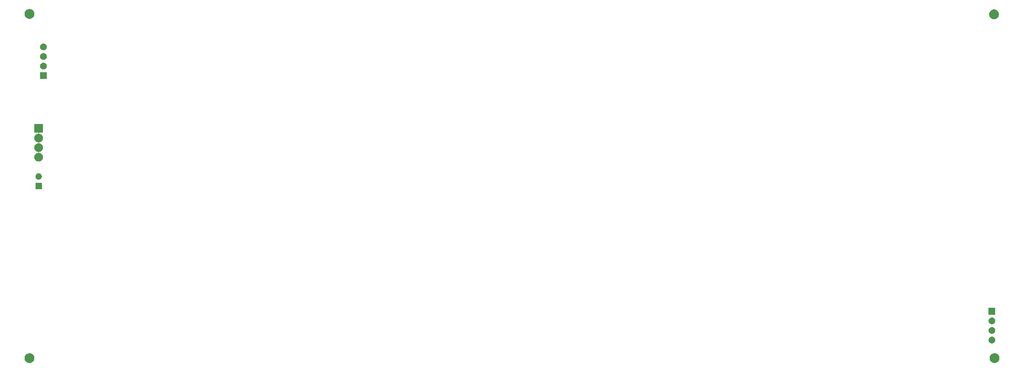
<source format=gbr>
G04 #@! TF.GenerationSoftware,KiCad,Pcbnew,(5.1.5-0-10_14)*
G04 #@! TF.CreationDate,2020-03-13T19:41:52-07:00*
G04 #@! TF.ProjectId,SpectrumAnayzerMini32Horz,53706563-7472-4756-9d41-6e61797a6572,rev?*
G04 #@! TF.SameCoordinates,Original*
G04 #@! TF.FileFunction,Soldermask,Bot*
G04 #@! TF.FilePolarity,Negative*
%FSLAX46Y46*%
G04 Gerber Fmt 4.6, Leading zero omitted, Abs format (unit mm)*
G04 Created by KiCad (PCBNEW (5.1.5-0-10_14)) date 2020-03-13 19:41:52*
%MOMM*%
%LPD*%
G04 APERTURE LIST*
%ADD10C,0.100000*%
G04 APERTURE END LIST*
D10*
G36*
X279017487Y-119906996D02*
G01*
X279254253Y-120005068D01*
X279254255Y-120005069D01*
X279467339Y-120147447D01*
X279648553Y-120328661D01*
X279790932Y-120541747D01*
X279889004Y-120778513D01*
X279939000Y-121029861D01*
X279939000Y-121286139D01*
X279889004Y-121537487D01*
X279790932Y-121774253D01*
X279790931Y-121774255D01*
X279648553Y-121987339D01*
X279467339Y-122168553D01*
X279254255Y-122310931D01*
X279254254Y-122310932D01*
X279254253Y-122310932D01*
X279017487Y-122409004D01*
X278766139Y-122459000D01*
X278509861Y-122459000D01*
X278258513Y-122409004D01*
X278021747Y-122310932D01*
X278021746Y-122310932D01*
X278021745Y-122310931D01*
X277808661Y-122168553D01*
X277627447Y-121987339D01*
X277485069Y-121774255D01*
X277485068Y-121774253D01*
X277386996Y-121537487D01*
X277337000Y-121286139D01*
X277337000Y-121029861D01*
X277386996Y-120778513D01*
X277485068Y-120541747D01*
X277627447Y-120328661D01*
X277808661Y-120147447D01*
X278021745Y-120005069D01*
X278021747Y-120005068D01*
X278258513Y-119906996D01*
X278509861Y-119857000D01*
X278766139Y-119857000D01*
X279017487Y-119906996D01*
G37*
G36*
X24001487Y-119906996D02*
G01*
X24238253Y-120005068D01*
X24238255Y-120005069D01*
X24451339Y-120147447D01*
X24632553Y-120328661D01*
X24774932Y-120541747D01*
X24873004Y-120778513D01*
X24923000Y-121029861D01*
X24923000Y-121286139D01*
X24873004Y-121537487D01*
X24774932Y-121774253D01*
X24774931Y-121774255D01*
X24632553Y-121987339D01*
X24451339Y-122168553D01*
X24238255Y-122310931D01*
X24238254Y-122310932D01*
X24238253Y-122310932D01*
X24001487Y-122409004D01*
X23750139Y-122459000D01*
X23493861Y-122459000D01*
X23242513Y-122409004D01*
X23005747Y-122310932D01*
X23005746Y-122310932D01*
X23005745Y-122310931D01*
X22792661Y-122168553D01*
X22611447Y-121987339D01*
X22469069Y-121774255D01*
X22469068Y-121774253D01*
X22370996Y-121537487D01*
X22321000Y-121286139D01*
X22321000Y-121029861D01*
X22370996Y-120778513D01*
X22469068Y-120541747D01*
X22611447Y-120328661D01*
X22792661Y-120147447D01*
X23005745Y-120005069D01*
X23005747Y-120005068D01*
X23242513Y-119906996D01*
X23493861Y-119857000D01*
X23750139Y-119857000D01*
X24001487Y-119906996D01*
G37*
G36*
X278053012Y-115499427D02*
G01*
X278202312Y-115529124D01*
X278366284Y-115597044D01*
X278513854Y-115695647D01*
X278639353Y-115821146D01*
X278737956Y-115968716D01*
X278805876Y-116132688D01*
X278840500Y-116306759D01*
X278840500Y-116484241D01*
X278805876Y-116658312D01*
X278737956Y-116822284D01*
X278639353Y-116969854D01*
X278513854Y-117095353D01*
X278366284Y-117193956D01*
X278202312Y-117261876D01*
X278053012Y-117291573D01*
X278028242Y-117296500D01*
X277850758Y-117296500D01*
X277825988Y-117291573D01*
X277676688Y-117261876D01*
X277512716Y-117193956D01*
X277365146Y-117095353D01*
X277239647Y-116969854D01*
X277141044Y-116822284D01*
X277073124Y-116658312D01*
X277038500Y-116484241D01*
X277038500Y-116306759D01*
X277073124Y-116132688D01*
X277141044Y-115968716D01*
X277239647Y-115821146D01*
X277365146Y-115695647D01*
X277512716Y-115597044D01*
X277676688Y-115529124D01*
X277825988Y-115499427D01*
X277850758Y-115494500D01*
X278028242Y-115494500D01*
X278053012Y-115499427D01*
G37*
G36*
X278053012Y-112959427D02*
G01*
X278202312Y-112989124D01*
X278366284Y-113057044D01*
X278513854Y-113155647D01*
X278639353Y-113281146D01*
X278737956Y-113428716D01*
X278805876Y-113592688D01*
X278840500Y-113766759D01*
X278840500Y-113944241D01*
X278805876Y-114118312D01*
X278737956Y-114282284D01*
X278639353Y-114429854D01*
X278513854Y-114555353D01*
X278366284Y-114653956D01*
X278202312Y-114721876D01*
X278053012Y-114751573D01*
X278028242Y-114756500D01*
X277850758Y-114756500D01*
X277825988Y-114751573D01*
X277676688Y-114721876D01*
X277512716Y-114653956D01*
X277365146Y-114555353D01*
X277239647Y-114429854D01*
X277141044Y-114282284D01*
X277073124Y-114118312D01*
X277038500Y-113944241D01*
X277038500Y-113766759D01*
X277073124Y-113592688D01*
X277141044Y-113428716D01*
X277239647Y-113281146D01*
X277365146Y-113155647D01*
X277512716Y-113057044D01*
X277676688Y-112989124D01*
X277825988Y-112959427D01*
X277850758Y-112954500D01*
X278028242Y-112954500D01*
X278053012Y-112959427D01*
G37*
G36*
X278053012Y-110419427D02*
G01*
X278202312Y-110449124D01*
X278366284Y-110517044D01*
X278513854Y-110615647D01*
X278639353Y-110741146D01*
X278737956Y-110888716D01*
X278805876Y-111052688D01*
X278840500Y-111226759D01*
X278840500Y-111404241D01*
X278805876Y-111578312D01*
X278737956Y-111742284D01*
X278639353Y-111889854D01*
X278513854Y-112015353D01*
X278366284Y-112113956D01*
X278202312Y-112181876D01*
X278053012Y-112211573D01*
X278028242Y-112216500D01*
X277850758Y-112216500D01*
X277825988Y-112211573D01*
X277676688Y-112181876D01*
X277512716Y-112113956D01*
X277365146Y-112015353D01*
X277239647Y-111889854D01*
X277141044Y-111742284D01*
X277073124Y-111578312D01*
X277038500Y-111404241D01*
X277038500Y-111226759D01*
X277073124Y-111052688D01*
X277141044Y-110888716D01*
X277239647Y-110741146D01*
X277365146Y-110615647D01*
X277512716Y-110517044D01*
X277676688Y-110449124D01*
X277825988Y-110419427D01*
X277850758Y-110414500D01*
X278028242Y-110414500D01*
X278053012Y-110419427D01*
G37*
G36*
X278840500Y-109676500D02*
G01*
X277038500Y-109676500D01*
X277038500Y-107874500D01*
X278840500Y-107874500D01*
X278840500Y-109676500D01*
G37*
G36*
X26886000Y-76416000D02*
G01*
X25184000Y-76416000D01*
X25184000Y-74714000D01*
X26886000Y-74714000D01*
X26886000Y-76416000D01*
G37*
G36*
X26283228Y-72246703D02*
G01*
X26438100Y-72310853D01*
X26577481Y-72403985D01*
X26696015Y-72522519D01*
X26789147Y-72661900D01*
X26853297Y-72816772D01*
X26886000Y-72981184D01*
X26886000Y-73148816D01*
X26853297Y-73313228D01*
X26789147Y-73468100D01*
X26696015Y-73607481D01*
X26577481Y-73726015D01*
X26438100Y-73819147D01*
X26283228Y-73883297D01*
X26118816Y-73916000D01*
X25951184Y-73916000D01*
X25786772Y-73883297D01*
X25631900Y-73819147D01*
X25492519Y-73726015D01*
X25373985Y-73607481D01*
X25280853Y-73468100D01*
X25216703Y-73313228D01*
X25184000Y-73148816D01*
X25184000Y-72981184D01*
X25216703Y-72816772D01*
X25280853Y-72661900D01*
X25373985Y-72522519D01*
X25492519Y-72403985D01*
X25631900Y-72310853D01*
X25786772Y-72246703D01*
X25951184Y-72214000D01*
X26118816Y-72214000D01*
X26283228Y-72246703D01*
G37*
G36*
X27186000Y-61476000D02*
G01*
X26220993Y-61476000D01*
X26196607Y-61478402D01*
X26173158Y-61485515D01*
X26151547Y-61497066D01*
X26132605Y-61512611D01*
X26117060Y-61531553D01*
X26105509Y-61553164D01*
X26098396Y-61576613D01*
X26095994Y-61600999D01*
X26098396Y-61625385D01*
X26105509Y-61648834D01*
X26117060Y-61670445D01*
X26132605Y-61689387D01*
X26151547Y-61704932D01*
X26173158Y-61716483D01*
X26196608Y-61723596D01*
X26370734Y-61758232D01*
X26580203Y-61844997D01*
X26768720Y-61970960D01*
X26929040Y-62131280D01*
X27055003Y-62319797D01*
X27141768Y-62529266D01*
X27186000Y-62751636D01*
X27186000Y-62978364D01*
X27141768Y-63200734D01*
X27055003Y-63410203D01*
X26929040Y-63598720D01*
X26768720Y-63759040D01*
X26580203Y-63885003D01*
X26370734Y-63971768D01*
X26243161Y-63997144D01*
X26166448Y-64012403D01*
X26142999Y-64019516D01*
X26121388Y-64031067D01*
X26102446Y-64046612D01*
X26086901Y-64065554D01*
X26075350Y-64087165D01*
X26068237Y-64110614D01*
X26065835Y-64135000D01*
X26068237Y-64159386D01*
X26075350Y-64182835D01*
X26086901Y-64204446D01*
X26102446Y-64223388D01*
X26121388Y-64238933D01*
X26142999Y-64250484D01*
X26166448Y-64257597D01*
X26243161Y-64272856D01*
X26370734Y-64298232D01*
X26580203Y-64384997D01*
X26768720Y-64510960D01*
X26929040Y-64671280D01*
X27055003Y-64859797D01*
X27141768Y-65069266D01*
X27186000Y-65291636D01*
X27186000Y-65518364D01*
X27141768Y-65740734D01*
X27055003Y-65950203D01*
X26929040Y-66138720D01*
X26768720Y-66299040D01*
X26580203Y-66425003D01*
X26370734Y-66511768D01*
X26243161Y-66537144D01*
X26166448Y-66552403D01*
X26142999Y-66559516D01*
X26121388Y-66571067D01*
X26102446Y-66586612D01*
X26086901Y-66605554D01*
X26075350Y-66627165D01*
X26068237Y-66650614D01*
X26065835Y-66675000D01*
X26068237Y-66699386D01*
X26075350Y-66722835D01*
X26086901Y-66744446D01*
X26102446Y-66763388D01*
X26121388Y-66778933D01*
X26142999Y-66790484D01*
X26166448Y-66797597D01*
X26243161Y-66812856D01*
X26370734Y-66838232D01*
X26580203Y-66924997D01*
X26768720Y-67050960D01*
X26929040Y-67211280D01*
X27055003Y-67399797D01*
X27141768Y-67609266D01*
X27186000Y-67831636D01*
X27186000Y-68058364D01*
X27141768Y-68280734D01*
X27055003Y-68490203D01*
X26929040Y-68678720D01*
X26768720Y-68839040D01*
X26580203Y-68965003D01*
X26370734Y-69051768D01*
X26259549Y-69073884D01*
X26148365Y-69096000D01*
X25921635Y-69096000D01*
X25810451Y-69073884D01*
X25699266Y-69051768D01*
X25489797Y-68965003D01*
X25301280Y-68839040D01*
X25140960Y-68678720D01*
X25014997Y-68490203D01*
X24928232Y-68280734D01*
X24884000Y-68058364D01*
X24884000Y-67831636D01*
X24928232Y-67609266D01*
X25014997Y-67399797D01*
X25140960Y-67211280D01*
X25301280Y-67050960D01*
X25489797Y-66924997D01*
X25699266Y-66838232D01*
X25826839Y-66812856D01*
X25903552Y-66797597D01*
X25927001Y-66790484D01*
X25948612Y-66778933D01*
X25967554Y-66763388D01*
X25983099Y-66744446D01*
X25994650Y-66722835D01*
X26001763Y-66699386D01*
X26004165Y-66675000D01*
X26001763Y-66650614D01*
X25994650Y-66627165D01*
X25983099Y-66605554D01*
X25967554Y-66586612D01*
X25948612Y-66571067D01*
X25927001Y-66559516D01*
X25903552Y-66552403D01*
X25826839Y-66537144D01*
X25699266Y-66511768D01*
X25489797Y-66425003D01*
X25301280Y-66299040D01*
X25140960Y-66138720D01*
X25014997Y-65950203D01*
X24928232Y-65740734D01*
X24884000Y-65518364D01*
X24884000Y-65291636D01*
X24928232Y-65069266D01*
X25014997Y-64859797D01*
X25140960Y-64671280D01*
X25301280Y-64510960D01*
X25489797Y-64384997D01*
X25699266Y-64298232D01*
X25826839Y-64272856D01*
X25903552Y-64257597D01*
X25927001Y-64250484D01*
X25948612Y-64238933D01*
X25967554Y-64223388D01*
X25983099Y-64204446D01*
X25994650Y-64182835D01*
X26001763Y-64159386D01*
X26004165Y-64135000D01*
X26001763Y-64110614D01*
X25994650Y-64087165D01*
X25983099Y-64065554D01*
X25967554Y-64046612D01*
X25948612Y-64031067D01*
X25927001Y-64019516D01*
X25903552Y-64012403D01*
X25826839Y-63997144D01*
X25699266Y-63971768D01*
X25489797Y-63885003D01*
X25301280Y-63759040D01*
X25140960Y-63598720D01*
X25014997Y-63410203D01*
X24928232Y-63200734D01*
X24884000Y-62978364D01*
X24884000Y-62751636D01*
X24928232Y-62529266D01*
X25014997Y-62319797D01*
X25140960Y-62131280D01*
X25301280Y-61970960D01*
X25489797Y-61844997D01*
X25699266Y-61758232D01*
X25873392Y-61723596D01*
X25896842Y-61716483D01*
X25918453Y-61704932D01*
X25937395Y-61689387D01*
X25952940Y-61670445D01*
X25964491Y-61648834D01*
X25971604Y-61625385D01*
X25974006Y-61600999D01*
X25971604Y-61576613D01*
X25964491Y-61553164D01*
X25952940Y-61531553D01*
X25937395Y-61512611D01*
X25918453Y-61497066D01*
X25896842Y-61485515D01*
X25873393Y-61478402D01*
X25849007Y-61476000D01*
X24884000Y-61476000D01*
X24884000Y-59174000D01*
X27186000Y-59174000D01*
X27186000Y-61476000D01*
G37*
G36*
X28206000Y-47256000D02*
G01*
X26404000Y-47256000D01*
X26404000Y-45454000D01*
X28206000Y-45454000D01*
X28206000Y-47256000D01*
G37*
G36*
X27418512Y-42918927D02*
G01*
X27567812Y-42948624D01*
X27731784Y-43016544D01*
X27879354Y-43115147D01*
X28004853Y-43240646D01*
X28103456Y-43388216D01*
X28171376Y-43552188D01*
X28206000Y-43726259D01*
X28206000Y-43903741D01*
X28171376Y-44077812D01*
X28103456Y-44241784D01*
X28004853Y-44389354D01*
X27879354Y-44514853D01*
X27731784Y-44613456D01*
X27567812Y-44681376D01*
X27418512Y-44711073D01*
X27393742Y-44716000D01*
X27216258Y-44716000D01*
X27191488Y-44711073D01*
X27042188Y-44681376D01*
X26878216Y-44613456D01*
X26730646Y-44514853D01*
X26605147Y-44389354D01*
X26506544Y-44241784D01*
X26438624Y-44077812D01*
X26404000Y-43903741D01*
X26404000Y-43726259D01*
X26438624Y-43552188D01*
X26506544Y-43388216D01*
X26605147Y-43240646D01*
X26730646Y-43115147D01*
X26878216Y-43016544D01*
X27042188Y-42948624D01*
X27191488Y-42918927D01*
X27216258Y-42914000D01*
X27393742Y-42914000D01*
X27418512Y-42918927D01*
G37*
G36*
X27418512Y-40378927D02*
G01*
X27567812Y-40408624D01*
X27731784Y-40476544D01*
X27879354Y-40575147D01*
X28004853Y-40700646D01*
X28103456Y-40848216D01*
X28171376Y-41012188D01*
X28206000Y-41186259D01*
X28206000Y-41363741D01*
X28171376Y-41537812D01*
X28103456Y-41701784D01*
X28004853Y-41849354D01*
X27879354Y-41974853D01*
X27731784Y-42073456D01*
X27567812Y-42141376D01*
X27418512Y-42171073D01*
X27393742Y-42176000D01*
X27216258Y-42176000D01*
X27191488Y-42171073D01*
X27042188Y-42141376D01*
X26878216Y-42073456D01*
X26730646Y-41974853D01*
X26605147Y-41849354D01*
X26506544Y-41701784D01*
X26438624Y-41537812D01*
X26404000Y-41363741D01*
X26404000Y-41186259D01*
X26438624Y-41012188D01*
X26506544Y-40848216D01*
X26605147Y-40700646D01*
X26730646Y-40575147D01*
X26878216Y-40476544D01*
X27042188Y-40408624D01*
X27191488Y-40378927D01*
X27216258Y-40374000D01*
X27393742Y-40374000D01*
X27418512Y-40378927D01*
G37*
G36*
X27418512Y-37838927D02*
G01*
X27567812Y-37868624D01*
X27731784Y-37936544D01*
X27879354Y-38035147D01*
X28004853Y-38160646D01*
X28103456Y-38308216D01*
X28171376Y-38472188D01*
X28206000Y-38646259D01*
X28206000Y-38823741D01*
X28171376Y-38997812D01*
X28103456Y-39161784D01*
X28004853Y-39309354D01*
X27879354Y-39434853D01*
X27731784Y-39533456D01*
X27567812Y-39601376D01*
X27418512Y-39631073D01*
X27393742Y-39636000D01*
X27216258Y-39636000D01*
X27191488Y-39631073D01*
X27042188Y-39601376D01*
X26878216Y-39533456D01*
X26730646Y-39434853D01*
X26605147Y-39309354D01*
X26506544Y-39161784D01*
X26438624Y-38997812D01*
X26404000Y-38823741D01*
X26404000Y-38646259D01*
X26438624Y-38472188D01*
X26506544Y-38308216D01*
X26605147Y-38160646D01*
X26730646Y-38035147D01*
X26878216Y-37936544D01*
X27042188Y-37868624D01*
X27191488Y-37838927D01*
X27216258Y-37834000D01*
X27393742Y-37834000D01*
X27418512Y-37838927D01*
G37*
G36*
X278890487Y-28847996D02*
G01*
X279127253Y-28946068D01*
X279127255Y-28946069D01*
X279340339Y-29088447D01*
X279521553Y-29269661D01*
X279663932Y-29482747D01*
X279762004Y-29719513D01*
X279812000Y-29970861D01*
X279812000Y-30227139D01*
X279762004Y-30478487D01*
X279716537Y-30588253D01*
X279663931Y-30715255D01*
X279521553Y-30928339D01*
X279340339Y-31109553D01*
X279127255Y-31251931D01*
X279127254Y-31251932D01*
X279127253Y-31251932D01*
X278890487Y-31350004D01*
X278639139Y-31400000D01*
X278382861Y-31400000D01*
X278131513Y-31350004D01*
X277894747Y-31251932D01*
X277894746Y-31251932D01*
X277894745Y-31251931D01*
X277681661Y-31109553D01*
X277500447Y-30928339D01*
X277358069Y-30715255D01*
X277305463Y-30588253D01*
X277259996Y-30478487D01*
X277210000Y-30227139D01*
X277210000Y-29970861D01*
X277259996Y-29719513D01*
X277358068Y-29482747D01*
X277500447Y-29269661D01*
X277681661Y-29088447D01*
X277894745Y-28946069D01*
X277894747Y-28946068D01*
X278131513Y-28847996D01*
X278382861Y-28798000D01*
X278639139Y-28798000D01*
X278890487Y-28847996D01*
G37*
G36*
X24001487Y-28720996D02*
G01*
X24238253Y-28819068D01*
X24238255Y-28819069D01*
X24451339Y-28961447D01*
X24632553Y-29142661D01*
X24717412Y-29269661D01*
X24774932Y-29355747D01*
X24873004Y-29592513D01*
X24923000Y-29843861D01*
X24923000Y-30100139D01*
X24873004Y-30351487D01*
X24820398Y-30478488D01*
X24774931Y-30588255D01*
X24632553Y-30801339D01*
X24451339Y-30982553D01*
X24238255Y-31124931D01*
X24238254Y-31124932D01*
X24238253Y-31124932D01*
X24001487Y-31223004D01*
X23750139Y-31273000D01*
X23493861Y-31273000D01*
X23242513Y-31223004D01*
X23005747Y-31124932D01*
X23005746Y-31124932D01*
X23005745Y-31124931D01*
X22792661Y-30982553D01*
X22611447Y-30801339D01*
X22469069Y-30588255D01*
X22423602Y-30478488D01*
X22370996Y-30351487D01*
X22321000Y-30100139D01*
X22321000Y-29843861D01*
X22370996Y-29592513D01*
X22469068Y-29355747D01*
X22526589Y-29269661D01*
X22611447Y-29142661D01*
X22792661Y-28961447D01*
X23005745Y-28819069D01*
X23005747Y-28819068D01*
X23242513Y-28720996D01*
X23493861Y-28671000D01*
X23750139Y-28671000D01*
X24001487Y-28720996D01*
G37*
M02*

</source>
